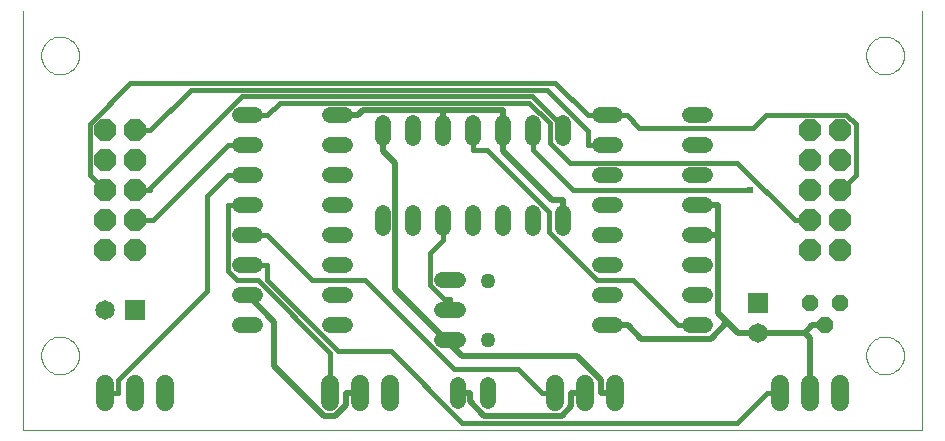
<source format=gbl>
G75*
G70*
%OFA0B0*%
%FSLAX24Y24*%
%IPPOS*%
%LPD*%
%AMOC8*
5,1,8,0,0,1.08239X$1,22.5*
%
%ADD10C,0.0000*%
%ADD11C,0.0520*%
%ADD12C,0.0594*%
%ADD13OC8,0.0740*%
%ADD14C,0.0500*%
%ADD15OC8,0.0520*%
%ADD16R,0.0650X0.0650*%
%ADD17C,0.0650*%
%ADD18C,0.0200*%
%ADD19C,0.0150*%
%ADD20C,0.0240*%
D10*
X000101Y000151D02*
X000101Y014147D01*
X000721Y012651D02*
X000723Y012701D01*
X000729Y012751D01*
X000739Y012800D01*
X000753Y012848D01*
X000770Y012895D01*
X000791Y012940D01*
X000816Y012984D01*
X000844Y013025D01*
X000876Y013064D01*
X000910Y013101D01*
X000947Y013135D01*
X000987Y013165D01*
X001029Y013192D01*
X001073Y013216D01*
X001119Y013237D01*
X001166Y013253D01*
X001214Y013266D01*
X001264Y013275D01*
X001313Y013280D01*
X001364Y013281D01*
X001414Y013278D01*
X001463Y013271D01*
X001512Y013260D01*
X001560Y013245D01*
X001606Y013227D01*
X001651Y013205D01*
X001694Y013179D01*
X001735Y013150D01*
X001774Y013118D01*
X001810Y013083D01*
X001842Y013045D01*
X001872Y013005D01*
X001899Y012962D01*
X001922Y012918D01*
X001941Y012872D01*
X001957Y012824D01*
X001969Y012775D01*
X001977Y012726D01*
X001981Y012676D01*
X001981Y012626D01*
X001977Y012576D01*
X001969Y012527D01*
X001957Y012478D01*
X001941Y012430D01*
X001922Y012384D01*
X001899Y012340D01*
X001872Y012297D01*
X001842Y012257D01*
X001810Y012219D01*
X001774Y012184D01*
X001735Y012152D01*
X001694Y012123D01*
X001651Y012097D01*
X001606Y012075D01*
X001560Y012057D01*
X001512Y012042D01*
X001463Y012031D01*
X001414Y012024D01*
X001364Y012021D01*
X001313Y012022D01*
X001264Y012027D01*
X001214Y012036D01*
X001166Y012049D01*
X001119Y012065D01*
X001073Y012086D01*
X001029Y012110D01*
X000987Y012137D01*
X000947Y012167D01*
X000910Y012201D01*
X000876Y012238D01*
X000844Y012277D01*
X000816Y012318D01*
X000791Y012362D01*
X000770Y012407D01*
X000753Y012454D01*
X000739Y012502D01*
X000729Y012551D01*
X000723Y012601D01*
X000721Y012651D01*
X000721Y002651D02*
X000723Y002701D01*
X000729Y002751D01*
X000739Y002800D01*
X000753Y002848D01*
X000770Y002895D01*
X000791Y002940D01*
X000816Y002984D01*
X000844Y003025D01*
X000876Y003064D01*
X000910Y003101D01*
X000947Y003135D01*
X000987Y003165D01*
X001029Y003192D01*
X001073Y003216D01*
X001119Y003237D01*
X001166Y003253D01*
X001214Y003266D01*
X001264Y003275D01*
X001313Y003280D01*
X001364Y003281D01*
X001414Y003278D01*
X001463Y003271D01*
X001512Y003260D01*
X001560Y003245D01*
X001606Y003227D01*
X001651Y003205D01*
X001694Y003179D01*
X001735Y003150D01*
X001774Y003118D01*
X001810Y003083D01*
X001842Y003045D01*
X001872Y003005D01*
X001899Y002962D01*
X001922Y002918D01*
X001941Y002872D01*
X001957Y002824D01*
X001969Y002775D01*
X001977Y002726D01*
X001981Y002676D01*
X001981Y002626D01*
X001977Y002576D01*
X001969Y002527D01*
X001957Y002478D01*
X001941Y002430D01*
X001922Y002384D01*
X001899Y002340D01*
X001872Y002297D01*
X001842Y002257D01*
X001810Y002219D01*
X001774Y002184D01*
X001735Y002152D01*
X001694Y002123D01*
X001651Y002097D01*
X001606Y002075D01*
X001560Y002057D01*
X001512Y002042D01*
X001463Y002031D01*
X001414Y002024D01*
X001364Y002021D01*
X001313Y002022D01*
X001264Y002027D01*
X001214Y002036D01*
X001166Y002049D01*
X001119Y002065D01*
X001073Y002086D01*
X001029Y002110D01*
X000987Y002137D01*
X000947Y002167D01*
X000910Y002201D01*
X000876Y002238D01*
X000844Y002277D01*
X000816Y002318D01*
X000791Y002362D01*
X000770Y002407D01*
X000753Y002454D01*
X000739Y002502D01*
X000729Y002551D01*
X000723Y002601D01*
X000721Y002651D01*
X000101Y000151D02*
X030096Y000151D01*
X030096Y014147D01*
X028221Y012651D02*
X028223Y012701D01*
X028229Y012751D01*
X028239Y012800D01*
X028253Y012848D01*
X028270Y012895D01*
X028291Y012940D01*
X028316Y012984D01*
X028344Y013025D01*
X028376Y013064D01*
X028410Y013101D01*
X028447Y013135D01*
X028487Y013165D01*
X028529Y013192D01*
X028573Y013216D01*
X028619Y013237D01*
X028666Y013253D01*
X028714Y013266D01*
X028764Y013275D01*
X028813Y013280D01*
X028864Y013281D01*
X028914Y013278D01*
X028963Y013271D01*
X029012Y013260D01*
X029060Y013245D01*
X029106Y013227D01*
X029151Y013205D01*
X029194Y013179D01*
X029235Y013150D01*
X029274Y013118D01*
X029310Y013083D01*
X029342Y013045D01*
X029372Y013005D01*
X029399Y012962D01*
X029422Y012918D01*
X029441Y012872D01*
X029457Y012824D01*
X029469Y012775D01*
X029477Y012726D01*
X029481Y012676D01*
X029481Y012626D01*
X029477Y012576D01*
X029469Y012527D01*
X029457Y012478D01*
X029441Y012430D01*
X029422Y012384D01*
X029399Y012340D01*
X029372Y012297D01*
X029342Y012257D01*
X029310Y012219D01*
X029274Y012184D01*
X029235Y012152D01*
X029194Y012123D01*
X029151Y012097D01*
X029106Y012075D01*
X029060Y012057D01*
X029012Y012042D01*
X028963Y012031D01*
X028914Y012024D01*
X028864Y012021D01*
X028813Y012022D01*
X028764Y012027D01*
X028714Y012036D01*
X028666Y012049D01*
X028619Y012065D01*
X028573Y012086D01*
X028529Y012110D01*
X028487Y012137D01*
X028447Y012167D01*
X028410Y012201D01*
X028376Y012238D01*
X028344Y012277D01*
X028316Y012318D01*
X028291Y012362D01*
X028270Y012407D01*
X028253Y012454D01*
X028239Y012502D01*
X028229Y012551D01*
X028223Y012601D01*
X028221Y012651D01*
X028221Y002651D02*
X028223Y002701D01*
X028229Y002751D01*
X028239Y002800D01*
X028253Y002848D01*
X028270Y002895D01*
X028291Y002940D01*
X028316Y002984D01*
X028344Y003025D01*
X028376Y003064D01*
X028410Y003101D01*
X028447Y003135D01*
X028487Y003165D01*
X028529Y003192D01*
X028573Y003216D01*
X028619Y003237D01*
X028666Y003253D01*
X028714Y003266D01*
X028764Y003275D01*
X028813Y003280D01*
X028864Y003281D01*
X028914Y003278D01*
X028963Y003271D01*
X029012Y003260D01*
X029060Y003245D01*
X029106Y003227D01*
X029151Y003205D01*
X029194Y003179D01*
X029235Y003150D01*
X029274Y003118D01*
X029310Y003083D01*
X029342Y003045D01*
X029372Y003005D01*
X029399Y002962D01*
X029422Y002918D01*
X029441Y002872D01*
X029457Y002824D01*
X029469Y002775D01*
X029477Y002726D01*
X029481Y002676D01*
X029481Y002626D01*
X029477Y002576D01*
X029469Y002527D01*
X029457Y002478D01*
X029441Y002430D01*
X029422Y002384D01*
X029399Y002340D01*
X029372Y002297D01*
X029342Y002257D01*
X029310Y002219D01*
X029274Y002184D01*
X029235Y002152D01*
X029194Y002123D01*
X029151Y002097D01*
X029106Y002075D01*
X029060Y002057D01*
X029012Y002042D01*
X028963Y002031D01*
X028914Y002024D01*
X028864Y002021D01*
X028813Y002022D01*
X028764Y002027D01*
X028714Y002036D01*
X028666Y002049D01*
X028619Y002065D01*
X028573Y002086D01*
X028529Y002110D01*
X028487Y002137D01*
X028447Y002167D01*
X028410Y002201D01*
X028376Y002238D01*
X028344Y002277D01*
X028316Y002318D01*
X028291Y002362D01*
X028270Y002407D01*
X028253Y002454D01*
X028239Y002502D01*
X028229Y002551D01*
X028223Y002601D01*
X028221Y002651D01*
D11*
X022861Y003651D02*
X022341Y003651D01*
X022341Y004651D02*
X022861Y004651D01*
X022861Y005651D02*
X022341Y005651D01*
X022341Y006651D02*
X022861Y006651D01*
X022861Y007651D02*
X022341Y007651D01*
X022341Y008651D02*
X022861Y008651D01*
X022861Y009651D02*
X022341Y009651D01*
X022341Y010651D02*
X022861Y010651D01*
X019861Y010651D02*
X019341Y010651D01*
X018101Y010411D02*
X018101Y009891D01*
X017101Y009891D02*
X017101Y010411D01*
X016101Y010411D02*
X016101Y009891D01*
X015101Y009891D02*
X015101Y010411D01*
X014101Y010411D02*
X014101Y009891D01*
X013101Y009891D02*
X013101Y010411D01*
X012101Y010411D02*
X012101Y009891D01*
X010861Y009651D02*
X010341Y009651D01*
X010341Y008651D02*
X010861Y008651D01*
X010861Y007651D02*
X010341Y007651D01*
X012101Y007411D02*
X012101Y006891D01*
X013101Y006891D02*
X013101Y007411D01*
X014101Y007411D02*
X014101Y006891D01*
X015101Y006891D02*
X015101Y007411D01*
X016101Y007411D02*
X016101Y006891D01*
X017101Y006891D02*
X017101Y007411D01*
X018101Y007411D02*
X018101Y006891D01*
X019341Y006651D02*
X019861Y006651D01*
X019861Y005651D02*
X019341Y005651D01*
X019341Y004651D02*
X019861Y004651D01*
X019861Y003651D02*
X019341Y003651D01*
X015601Y001661D02*
X015601Y001141D01*
X014601Y001141D02*
X014601Y001661D01*
X014611Y003151D02*
X014091Y003151D01*
X014091Y004151D02*
X014611Y004151D01*
X014611Y005151D02*
X014091Y005151D01*
X010861Y004651D02*
X010341Y004651D01*
X010341Y003651D02*
X010861Y003651D01*
X007861Y003651D02*
X007341Y003651D01*
X007341Y004651D02*
X007861Y004651D01*
X007861Y005651D02*
X007341Y005651D01*
X007341Y006651D02*
X007861Y006651D01*
X007861Y007651D02*
X007341Y007651D01*
X007341Y008651D02*
X007861Y008651D01*
X007861Y009651D02*
X007341Y009651D01*
X007341Y010651D02*
X007861Y010651D01*
X010341Y010651D02*
X010861Y010651D01*
X010861Y006651D02*
X010341Y006651D01*
X010341Y005651D02*
X010861Y005651D01*
X019341Y007651D02*
X019861Y007651D01*
X019861Y008651D02*
X019341Y008651D01*
X019341Y009651D02*
X019861Y009651D01*
D12*
X019851Y001698D02*
X019851Y001104D01*
X018851Y001104D02*
X018851Y001698D01*
X017851Y001698D02*
X017851Y001104D01*
X012351Y001104D02*
X012351Y001698D01*
X011351Y001698D02*
X011351Y001104D01*
X010351Y001104D02*
X010351Y001698D01*
X004851Y001698D02*
X004851Y001104D01*
X003851Y001104D02*
X003851Y001698D01*
X002851Y001698D02*
X002851Y001104D01*
X025351Y001104D02*
X025351Y001698D01*
X026351Y001698D02*
X026351Y001104D01*
X027351Y001104D02*
X027351Y001698D01*
D13*
X027351Y006151D03*
X026351Y006151D03*
X026351Y007151D03*
X027351Y007151D03*
X027351Y008151D03*
X026351Y008151D03*
X026351Y009151D03*
X027351Y009151D03*
X027351Y010151D03*
X026351Y010151D03*
X003851Y010151D03*
X002851Y010151D03*
X002851Y009151D03*
X003851Y009151D03*
X003851Y008151D03*
X002851Y008151D03*
X002851Y007151D03*
X003851Y007151D03*
X003851Y006151D03*
X002851Y006151D03*
D14*
X015601Y005135D03*
X015601Y003167D03*
D15*
X026351Y004401D03*
X027351Y004401D03*
X026851Y003651D03*
D16*
X024601Y004401D03*
X003851Y004151D03*
D17*
X002851Y004151D03*
X024601Y003401D03*
D18*
X026181Y003401D01*
X026351Y003231D01*
X026351Y001401D01*
X023590Y003752D02*
X023056Y003217D01*
X020715Y003217D01*
X020281Y003651D01*
X019601Y003651D01*
X018582Y002641D02*
X014755Y002641D01*
X014351Y003046D01*
X014351Y003151D01*
X014351Y003046D02*
X012521Y004876D01*
X012521Y009051D01*
X012101Y009471D01*
X012101Y010151D01*
X011461Y010831D02*
X011281Y010651D01*
X010601Y010651D01*
X011461Y010831D02*
X014101Y010831D01*
X016101Y010831D01*
X016101Y010151D01*
X016101Y009471D01*
X017741Y007831D01*
X018101Y007831D01*
X018101Y007151D01*
X022601Y006651D02*
X023281Y006651D01*
X023281Y007651D01*
X022601Y007651D01*
X023281Y006651D02*
X023281Y004061D01*
X023590Y003752D01*
X023941Y003401D01*
X024601Y003401D01*
X026181Y003401D02*
X026431Y003651D01*
X026851Y003651D01*
X019851Y001401D02*
X019394Y001401D01*
X019394Y001830D01*
X018582Y002641D01*
X018394Y001401D02*
X018851Y001401D01*
X018394Y001401D02*
X018394Y000973D01*
X018068Y000647D01*
X015500Y000647D01*
X015021Y001126D01*
X015021Y001401D01*
X014601Y001401D01*
X011351Y001401D02*
X010894Y001401D01*
X010894Y000998D01*
X010531Y000636D01*
X010155Y000636D01*
X008492Y002299D01*
X008492Y003760D01*
X007601Y004651D01*
X014101Y010151D02*
X014101Y010766D01*
X014101Y010831D01*
D19*
X015101Y010151D02*
X015101Y009496D01*
X015578Y009496D01*
X017642Y007432D01*
X017642Y006759D01*
X019250Y005151D01*
X020446Y005151D01*
X021946Y003651D01*
X022601Y003651D01*
X024919Y001401D02*
X023922Y000404D01*
X014766Y000404D01*
X012385Y002785D01*
X010633Y002785D01*
X008256Y005162D01*
X008256Y005651D01*
X007601Y005651D01*
X007941Y005151D02*
X007257Y005151D01*
X006946Y005462D01*
X006946Y007651D01*
X007601Y007651D01*
X006946Y008651D02*
X006258Y007963D01*
X006258Y004808D01*
X003283Y001833D01*
X003283Y001401D01*
X002851Y001401D01*
X007941Y005151D02*
X010351Y002741D01*
X010351Y001401D01*
X011526Y005151D02*
X014486Y002191D01*
X016629Y002191D01*
X017419Y001401D01*
X017851Y001401D01*
X014351Y004151D02*
X014351Y004546D01*
X014135Y004546D01*
X013685Y004996D01*
X013685Y006080D01*
X014101Y006496D01*
X014101Y007151D01*
X011526Y005151D02*
X009756Y005151D01*
X008256Y006651D01*
X007601Y006651D01*
X006946Y009651D02*
X004446Y007151D01*
X003851Y007151D01*
X003851Y008151D02*
X004356Y008151D01*
X004356Y008246D01*
X007402Y011292D01*
X017080Y011292D01*
X018101Y010271D01*
X018101Y010151D01*
X017675Y010400D02*
X016993Y011082D01*
X008687Y011082D01*
X008256Y010651D01*
X007601Y010651D01*
X007601Y009651D02*
X006946Y009651D01*
X006946Y008651D02*
X007601Y008651D01*
X005707Y011502D02*
X004356Y010151D01*
X003851Y010151D01*
X002340Y010379D02*
X002340Y008662D01*
X002851Y008151D01*
X002340Y010379D02*
X003694Y011733D01*
X017864Y011733D01*
X018946Y010651D01*
X019601Y010651D01*
X020256Y010651D01*
X020662Y010245D01*
X024460Y010245D01*
X024882Y010667D01*
X027558Y010667D01*
X027870Y010355D01*
X027870Y008670D01*
X027351Y008151D01*
X026351Y007151D02*
X025846Y007151D01*
X023931Y009066D01*
X018350Y009066D01*
X017675Y009741D01*
X017675Y010400D01*
X017101Y010151D02*
X017101Y009496D01*
X018446Y008151D01*
X024362Y008151D01*
X019601Y009651D02*
X018946Y009651D01*
X018946Y010128D01*
X017572Y011502D01*
X005707Y011502D01*
X024919Y001401D02*
X025351Y001401D01*
D20*
X024362Y008151D03*
M02*

</source>
